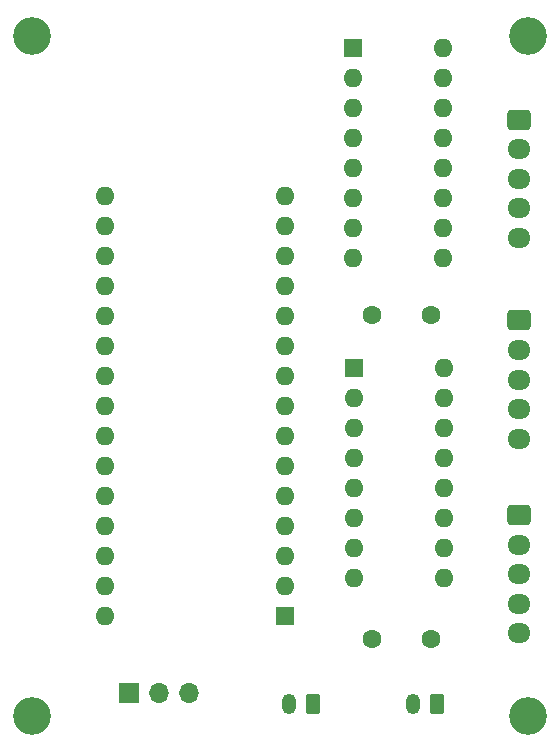
<source format=gbr>
%TF.GenerationSoftware,KiCad,Pcbnew,8.0.3*%
%TF.CreationDate,2024-07-15T07:55:24+02:00*%
%TF.ProjectId,OFMBearBoard,4f464d42-6561-4724-926f-6172642e6b69,1.0.1 (Dicker)*%
%TF.SameCoordinates,Original*%
%TF.FileFunction,Soldermask,Bot*%
%TF.FilePolarity,Negative*%
%FSLAX46Y46*%
G04 Gerber Fmt 4.6, Leading zero omitted, Abs format (unit mm)*
G04 Created by KiCad (PCBNEW 8.0.3) date 2024-07-15 07:55:24*
%MOMM*%
%LPD*%
G01*
G04 APERTURE LIST*
G04 Aperture macros list*
%AMRoundRect*
0 Rectangle with rounded corners*
0 $1 Rounding radius*
0 $2 $3 $4 $5 $6 $7 $8 $9 X,Y pos of 4 corners*
0 Add a 4 corners polygon primitive as box body*
4,1,4,$2,$3,$4,$5,$6,$7,$8,$9,$2,$3,0*
0 Add four circle primitives for the rounded corners*
1,1,$1+$1,$2,$3*
1,1,$1+$1,$4,$5*
1,1,$1+$1,$6,$7*
1,1,$1+$1,$8,$9*
0 Add four rect primitives between the rounded corners*
20,1,$1+$1,$2,$3,$4,$5,0*
20,1,$1+$1,$4,$5,$6,$7,0*
20,1,$1+$1,$6,$7,$8,$9,0*
20,1,$1+$1,$8,$9,$2,$3,0*%
G04 Aperture macros list end*
%ADD10C,3.200000*%
%ADD11R,1.600000X1.600000*%
%ADD12O,1.600000X1.600000*%
%ADD13RoundRect,0.250000X-0.725000X0.600000X-0.725000X-0.600000X0.725000X-0.600000X0.725000X0.600000X0*%
%ADD14O,1.950000X1.700000*%
%ADD15C,1.600000*%
%ADD16RoundRect,0.250000X0.350000X0.625000X-0.350000X0.625000X-0.350000X-0.625000X0.350000X-0.625000X0*%
%ADD17O,1.200000X1.750000*%
%ADD18R,1.700000X1.700000*%
%ADD19O,1.700000X1.700000*%
G04 APERTURE END LIST*
D10*
%TO.C,H4*%
X125250000Y-83000000D03*
%TD*%
D11*
%TO.C,U2*%
X110500000Y-53500000D03*
D12*
X110500000Y-56040000D03*
X110500000Y-58580000D03*
X110500000Y-61120000D03*
X110500000Y-63660000D03*
X110500000Y-66200000D03*
X110500000Y-68740000D03*
X110500000Y-71280000D03*
X118120000Y-71280000D03*
X118120000Y-68740000D03*
X118120000Y-66200000D03*
X118120000Y-63660000D03*
X118120000Y-61120000D03*
X118120000Y-58580000D03*
X118120000Y-56040000D03*
X118120000Y-53500000D03*
%TD*%
D13*
%TO.C,J2*%
X124500000Y-49500000D03*
D14*
X124500000Y-52000000D03*
X124500000Y-54500000D03*
X124500000Y-57000000D03*
X124500000Y-59500000D03*
%TD*%
D11*
%TO.C,U1*%
X110380000Y-26420000D03*
D12*
X110380000Y-28960000D03*
X110380000Y-31500000D03*
X110380000Y-34040000D03*
X110380000Y-36580000D03*
X110380000Y-39120000D03*
X110380000Y-41660000D03*
X110380000Y-44200000D03*
X118000000Y-44200000D03*
X118000000Y-41660000D03*
X118000000Y-39120000D03*
X118000000Y-36580000D03*
X118000000Y-34040000D03*
X118000000Y-31500000D03*
X118000000Y-28960000D03*
X118000000Y-26420000D03*
%TD*%
D15*
%TO.C,C1*%
X112000000Y-49000000D03*
X117000000Y-49000000D03*
%TD*%
%TO.C,C2*%
X112000000Y-76500000D03*
X117000000Y-76500000D03*
%TD*%
D16*
%TO.C,J4*%
X117500000Y-82000000D03*
D17*
X115500000Y-82000000D03*
%TD*%
D10*
%TO.C,H3*%
X83250000Y-83000000D03*
%TD*%
D18*
%TO.C,JP1*%
X91475000Y-81000000D03*
D19*
X94015000Y-81000000D03*
X96555000Y-81000000D03*
%TD*%
D10*
%TO.C,H1*%
X83250000Y-25450000D03*
%TD*%
D13*
%TO.C,J3*%
X124500000Y-66000000D03*
D14*
X124500000Y-68500000D03*
X124500000Y-71000000D03*
X124500000Y-73500000D03*
X124500000Y-76000000D03*
%TD*%
D16*
%TO.C,J5*%
X107000000Y-82000000D03*
D17*
X105000000Y-82000000D03*
%TD*%
D10*
%TO.C,H2*%
X125250000Y-25450000D03*
%TD*%
D11*
%TO.C,A1*%
X104610000Y-74550000D03*
D12*
X104610000Y-72010000D03*
X104610000Y-69470000D03*
X104610000Y-66930000D03*
X104610000Y-64390000D03*
X104610000Y-61850000D03*
X104610000Y-59310000D03*
X104610000Y-56770000D03*
X104610000Y-54230000D03*
X104610000Y-51690000D03*
X104610000Y-49150000D03*
X104610000Y-46610000D03*
X104610000Y-44070000D03*
X104610000Y-41530000D03*
X104610000Y-38990000D03*
X89370000Y-38990000D03*
X89370000Y-41530000D03*
X89370000Y-44070000D03*
X89370000Y-46610000D03*
X89370000Y-49150000D03*
X89370000Y-51690000D03*
X89370000Y-54230000D03*
X89370000Y-56770000D03*
X89370000Y-59310000D03*
X89370000Y-61850000D03*
X89370000Y-64390000D03*
X89370000Y-66930000D03*
X89370000Y-69470000D03*
X89370000Y-72010000D03*
X89370000Y-74550000D03*
%TD*%
D13*
%TO.C,J1*%
X124500000Y-32500000D03*
D14*
X124500000Y-35000000D03*
X124500000Y-37500000D03*
X124500000Y-40000000D03*
X124500000Y-42500000D03*
%TD*%
M02*

</source>
